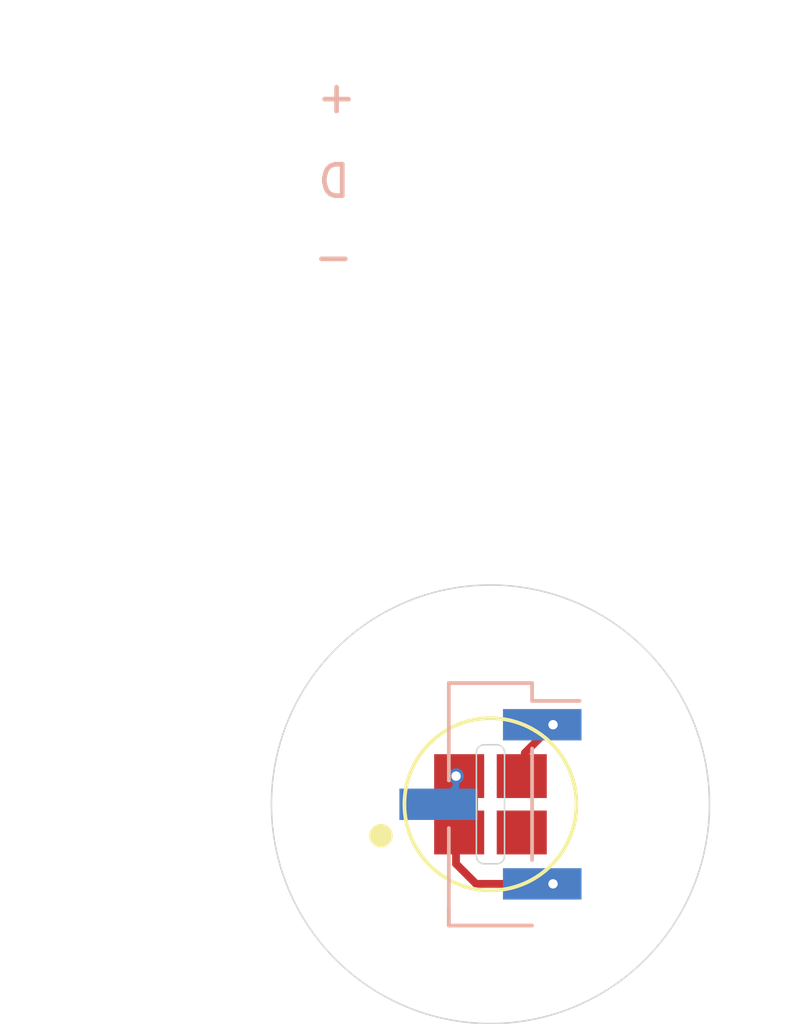
<source format=kicad_pcb>
(kicad_pcb (version 20241229) (generator "pcbnew") (generator_version "9.0")
  (layers (0 "F.Cu" signal) (2 "B.Cu" signal) (13 "F.Paste" user) (15 "B.Paste" user) (5 "F.SilkS" user "F.Silkscreen") (7 "B.SilkS" user "B.Silkscreen") (1 "F.Mask" user) (3 "B.Mask" user) (25 "Edge.Cuts" user))
  (net 0 "")
  (net 1 "GND")
  (net 2 "+5V")
  (net 3 "Net-(J1-Pin_2)")
  (footprint "Pixels-dice:Pyre_Receiver_Con4" (layer "F.Cu") (at 140 100 -90)
    (property "Reference" "J1" (hide yes))
    (property "Value" "Conn_01x04")
    (fp_line (start -1.65 0.45) (end 1.65 0.45) (stroke (width 0.05)) (layer "Edge.Cuts"))
    (fp_line (start 1.9 0.2) (end 1.9 -0.2) (stroke (width 0.05)) (layer "Edge.Cuts"))
    (fp_line (start -1.9 -0.2) (end -1.9 0.2) (stroke (width 0.05)) (layer "Edge.Cuts"))
    (fp_line (start 1.65 -0.45) (end -1.65 -0.45) (stroke (width 0.05)) (layer "Edge.Cuts"))
    (fp_arc (start -1.65 0.45) (mid -1.826777 0.376777) (end -1.9 0.2) (stroke (width 0.05)) (layer "Edge.Cuts"))
    (fp_arc (start 1.9 0.2) (mid 1.826777 0.376778) (end 1.65 0.45) (stroke (width 0.05)) (layer "Edge.Cuts"))
    (fp_arc (start -1.9 -0.2) (mid -1.826777 -0.376777) (end -1.65 -0.45) (stroke (width 0.05)) (layer "Edge.Cuts"))
    (fp_arc (start 1.65 -0.45) (mid 1.826775 -0.376776) (end 1.9 -0.2) (stroke (width 0.05)) (layer "Edge.Cuts"))
    (pad "1" connect rect (at 0.9 1 270) (size 1.4 1.6) (layers "F.Cu" "F.Mask") (net 1 "GND"))
    (pad "2" connect rect (at -0.9 1 270) (size 1.4 1.6) (layers "F.Cu" "F.Mask") (net 3 "Net-(J1-Pin_2)"))
    (pad "3" connect rect (at -0.9 -1 270) (size 1.4 1.6) (layers "F.Cu" "F.Mask") (net 2 "+5V"))
    (pad "4" connect rect (at 0.9 -1 270) (size 1.4 1.6) (layers "F.Cu" "F.Mask"))
  )
  (footprint "Connector_PinHeader_2.54mm:PinHeader_1x03_P2.54mm_Vertical_SMD_Pin1Left" (layer "B.Cu") (at 140 100 180)
    (property "Reference" "J2" (hide yes))
    (property "Value" "HX PZ2.54-1x3P TP-YQ")
    (fp_line (start 1.33 3.87) (end 1.33 0.76) (stroke (width 0.12)) (layer "B.SilkS"))
    (fp_line (start 1.33 -0.76) (end 1.33 -3.87) (stroke (width 0.12)) (layer "B.SilkS"))
    (fp_line (start 1.33 -3.3) (end 1.33 -3.87) (stroke (width 0.12)) (layer "B.SilkS"))
    (fp_line (start -1.33 3.87) (end 1.33 3.87) (stroke (width 0.12)) (layer "B.SilkS"))
    (fp_line (start -1.33 3.87) (end -1.33 3.3) (stroke (width 0.12)) (layer "B.SilkS"))
    (fp_line (start -1.33 3.3) (end -2.85 3.3) (stroke (width 0.12)) (layer "B.SilkS"))
    (fp_line (start -1.33 1.78) (end -1.33 -1.78) (stroke (width 0.12)) (layer "B.SilkS"))
    (fp_line (start -1.33 -3.87) (end 1.33 -3.87) (stroke (width 0.12)) (layer "B.SilkS"))
    (pad "1" smd rect (at -1.655 2.54 180) (size 2.51 1) (layers "B.Cu" "B.Mask" "B.Paste") (net 2 "+5V"))
    (pad "2" smd rect (at 1.655 0 180) (size 2.51 1) (layers "B.Cu" "B.Mask" "B.Paste") (net 3 "Net-(J1-Pin_2)"))
    (pad "3" smd rect (at -1.655 -2.54 180) (size 2.51 1) (layers "B.Cu" "B.Mask" "B.Paste") (net 1 "GND"))
  )
  (gr_circle (center 136.5 101) (end 136.8 101.1) (stroke (width 0.12)) (fill yes) (layer "F.SilkS"))
  (gr_circle (center 140 100) (end 142.75 100) (stroke (width 0.12)) (fill no) (layer "F.SilkS"))
  (gr_circle (center 140 100) (end 147 100) (stroke (width 0.05)) (fill no) (layer "Edge.Cuts"))
  (gr_text "+" (at 135.8 78 -0) (layer "B.SilkS") (effects (font (size 1 1)) (justify left bottom mirror)))
  (gr_text "-" (at 135.7 83.1 -0) (layer "B.SilkS") (effects (font (size 1 1)) (justify left bottom mirror)))
  (gr_text "D" (at 135.6 80.7 -0) (layer "B.SilkS") (effects (font (size 1 1)) (justify left bottom mirror)))
  (segment (start 139.54 102.54) (end 142 102.54) (width 0.25) (layer "F.Cu") (net 1))
  (segment (start 138.9 101.9) (end 139.54 102.54) (width 0.25) (layer "F.Cu") (net 1))
  (segment (start 138.9 100.95) (end 138.9 101.9) (width 0.25) (layer "F.Cu") (net 1))
  (via (at 142 102.54) (size 0.5) (drill 0.3) (layers "F.Cu" "B.Cu") (net 1))
  (segment (start 141.1 98.36) (end 142 97.46) (width 0.25) (layer "F.Cu") (net 2))
  (segment (start 141.1 99.1) (end 141.1 98.36) (width 0.25) (layer "F.Cu") (net 2))
  (via (at 142 97.46) (size 0.5) (drill 0.3) (layers "F.Cu" "B.Cu") (net 2))
  (via (at 138.9 99.1) (size 0.5) (drill 0.3) (layers "F.Cu" "B.Cu") (net 3))
  (segment (start 138.9 99.1) (end 138.9 99.445) (width 0.2) (layer "B.Cu") (net 3))
  (segment (start 138.9 99.445) (end 138.345 100) (width 0.2) (layer "B.Cu") (net 3))
)
</source>
